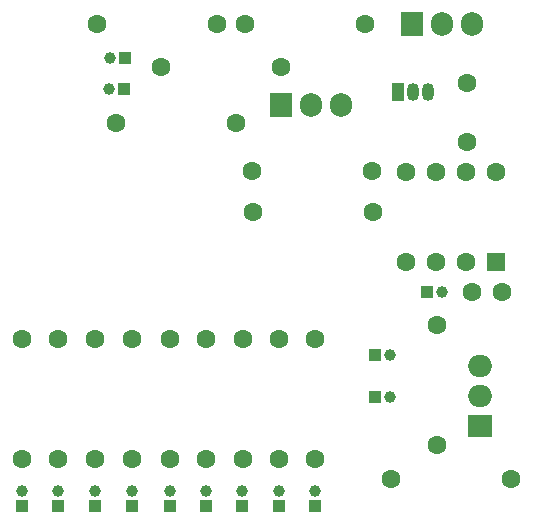
<source format=gbr>
%TF.GenerationSoftware,KiCad,Pcbnew,9.0.2*%
%TF.CreationDate,2025-07-17T21:10:21+02:00*%
%TF.ProjectId,Ligther,4c696774-6865-4722-9e6b-696361645f70,rev?*%
%TF.SameCoordinates,Original*%
%TF.FileFunction,Soldermask,Bot*%
%TF.FilePolarity,Negative*%
%FSLAX46Y46*%
G04 Gerber Fmt 4.6, Leading zero omitted, Abs format (unit mm)*
G04 Created by KiCad (PCBNEW 9.0.2) date 2025-07-17 21:10:21*
%MOMM*%
%LPD*%
G01*
G04 APERTURE LIST*
G04 Aperture macros list*
%AMRoundRect*
0 Rectangle with rounded corners*
0 $1 Rounding radius*
0 $2 $3 $4 $5 $6 $7 $8 $9 X,Y pos of 4 corners*
0 Add a 4 corners polygon primitive as box body*
4,1,4,$2,$3,$4,$5,$6,$7,$8,$9,$2,$3,0*
0 Add four circle primitives for the rounded corners*
1,1,$1+$1,$2,$3*
1,1,$1+$1,$4,$5*
1,1,$1+$1,$6,$7*
1,1,$1+$1,$8,$9*
0 Add four rect primitives between the rounded corners*
20,1,$1+$1,$2,$3,$4,$5,0*
20,1,$1+$1,$4,$5,$6,$7,0*
20,1,$1+$1,$6,$7,$8,$9,0*
20,1,$1+$1,$8,$9,$2,$3,0*%
G04 Aperture macros list end*
%ADD10C,1.600000*%
%ADD11RoundRect,0.250000X0.550000X-0.550000X0.550000X0.550000X-0.550000X0.550000X-0.550000X-0.550000X0*%
%ADD12O,2.000000X1.905000*%
%ADD13R,2.000000X1.905000*%
%ADD14O,1.050000X1.500000*%
%ADD15R,1.050000X1.500000*%
%ADD16O,1.905000X2.000000*%
%ADD17R,1.905000X2.000000*%
%ADD18C,1.000000*%
%ADD19R,1.000000X1.000000*%
G04 APERTURE END LIST*
D10*
%TO.C,C2*%
X118120000Y-45560000D03*
X118120000Y-40560000D03*
%TD*%
%TO.C,R16*%
X105230000Y-72390000D03*
X105230000Y-62230000D03*
%TD*%
%TO.C,R15*%
X102170000Y-72390000D03*
X102170000Y-62230000D03*
%TD*%
%TO.C,R14*%
X99100000Y-72390000D03*
X99100000Y-62230000D03*
%TD*%
%TO.C,R13*%
X96030000Y-72390000D03*
X96030000Y-62230000D03*
%TD*%
%TO.C,U1*%
X120580000Y-48120000D03*
X118040000Y-48120000D03*
X115500000Y-48120000D03*
X112960000Y-48120000D03*
X112960000Y-55740000D03*
X115500000Y-55740000D03*
X118040000Y-55740000D03*
D11*
X120580000Y-55740000D03*
%TD*%
D10*
%TO.C,SW1*%
X96960000Y-35620000D03*
X86800000Y-35620000D03*
%TD*%
%TO.C,R12*%
X92950000Y-62230000D03*
X92950000Y-72390000D03*
%TD*%
%TO.C,R11*%
X89750000Y-62230000D03*
X89750000Y-72390000D03*
%TD*%
%TO.C,R10*%
X121790000Y-74160000D03*
X111630000Y-74160000D03*
%TD*%
%TO.C,R9*%
X86640000Y-62230000D03*
X86640000Y-72390000D03*
%TD*%
%TO.C,R8*%
X83500000Y-62230000D03*
X83500000Y-72390000D03*
%TD*%
%TO.C,R7*%
X80430000Y-62230000D03*
X80430000Y-72390000D03*
%TD*%
%TO.C,R6*%
X110130000Y-51480000D03*
X99970000Y-51480000D03*
%TD*%
%TO.C,R5*%
X98500000Y-43990000D03*
X88340000Y-43990000D03*
%TD*%
%TO.C,R4*%
X110010000Y-48070000D03*
X99850000Y-48070000D03*
%TD*%
%TO.C,R3*%
X99280000Y-35610000D03*
X109440000Y-35610000D03*
%TD*%
%TO.C,R2*%
X115540000Y-61050000D03*
X115540000Y-71210000D03*
%TD*%
%TO.C,R1*%
X102320000Y-39220000D03*
X92160000Y-39220000D03*
%TD*%
D12*
%TO.C,Q4*%
X119170000Y-64590000D03*
X119170000Y-67130000D03*
D13*
X119170000Y-69670000D03*
%TD*%
D14*
%TO.C,Q3*%
X114760000Y-41360000D03*
X113490000Y-41360000D03*
D15*
X112220000Y-41360000D03*
%TD*%
D16*
%TO.C,Q2*%
X118540000Y-35570000D03*
X116000000Y-35570000D03*
D17*
X113460000Y-35570000D03*
%TD*%
D16*
%TO.C,Q1*%
X107400000Y-42420000D03*
X104860000Y-42420000D03*
D17*
X102320000Y-42420000D03*
%TD*%
D18*
%TO.C,JP14*%
X111610000Y-67210000D03*
D19*
X110340000Y-67210000D03*
%TD*%
D18*
%TO.C,JP13*%
X111610000Y-63610000D03*
D19*
X110340000Y-63610000D03*
%TD*%
D18*
%TO.C,JP12*%
X87830000Y-38480000D03*
D19*
X89100000Y-38480000D03*
%TD*%
D18*
%TO.C,JP11*%
X87810000Y-41120000D03*
D19*
X89080000Y-41120000D03*
%TD*%
D18*
%TO.C,JP10*%
X105190000Y-75100000D03*
D19*
X105190000Y-76370000D03*
%TD*%
D18*
%TO.C,JP9*%
X102170000Y-75100000D03*
D19*
X102170000Y-76370000D03*
%TD*%
D18*
%TO.C,JP8*%
X99060000Y-75100000D03*
D19*
X99060000Y-76370000D03*
%TD*%
D18*
%TO.C,JP7*%
X95970000Y-75100000D03*
D19*
X95970000Y-76370000D03*
%TD*%
D18*
%TO.C,JP6*%
X92910000Y-75100000D03*
D19*
X92910000Y-76370000D03*
%TD*%
D18*
%TO.C,JP5*%
X89690000Y-75100000D03*
D19*
X89690000Y-76370000D03*
%TD*%
D18*
%TO.C,JP4*%
X86620000Y-75100000D03*
D19*
X86620000Y-76370000D03*
%TD*%
D18*
%TO.C,JP3*%
X83490000Y-75100000D03*
D19*
X83490000Y-76370000D03*
%TD*%
D18*
%TO.C,JP2*%
X80450000Y-75100000D03*
D19*
X80450000Y-76370000D03*
%TD*%
D18*
%TO.C,JP1*%
X115975000Y-58250000D03*
D19*
X114705000Y-58250000D03*
%TD*%
D10*
%TO.C,C1*%
X121020000Y-58270000D03*
X118520000Y-58270000D03*
%TD*%
M02*

</source>
